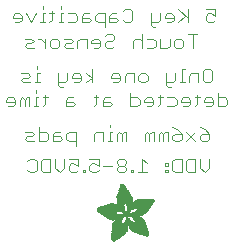
<source format=gbr>
G04 EAGLE Gerber RS-274X export*
G75*
%MOMM*%
%FSLAX34Y34*%
%LPD*%
%INSilkscreen Bottom*%
%IPPOS*%
%AMOC8*
5,1,8,0,0,1.08239X$1,22.5*%
G01*
%ADD10C,0.101600*%
%ADD11R,0.068600X0.007600*%
%ADD12R,0.114300X0.007600*%
%ADD13R,0.152400X0.007700*%
%ADD14R,0.182900X0.007600*%
%ADD15R,0.205700X0.007600*%
%ADD16R,0.228600X0.007600*%
%ADD17R,0.259100X0.007600*%
%ADD18R,0.274300X0.007700*%
%ADD19R,0.289500X0.007600*%
%ADD20R,0.304800X0.007600*%
%ADD21R,0.320100X0.007600*%
%ADD22R,0.342900X0.007600*%
%ADD23R,0.350500X0.007700*%
%ADD24R,0.365800X0.007600*%
%ADD25R,0.381000X0.007600*%
%ADD26R,0.388600X0.007600*%
%ADD27R,0.403800X0.007600*%
%ADD28R,0.419100X0.007700*%
%ADD29R,0.426700X0.007600*%
%ADD30R,0.441900X0.007600*%
%ADD31R,0.449600X0.007600*%
%ADD32R,0.464800X0.007600*%
%ADD33R,0.480000X0.007700*%
%ADD34R,0.487600X0.007600*%
%ADD35R,0.495300X0.007600*%
%ADD36R,0.510500X0.007600*%
%ADD37R,0.518100X0.007600*%
%ADD38R,0.525700X0.007700*%
%ADD39R,0.541000X0.007600*%
%ADD40R,0.548600X0.007600*%
%ADD41R,0.563800X0.007600*%
%ADD42R,0.571500X0.007600*%
%ADD43R,0.579100X0.007700*%
%ADD44R,0.594300X0.007600*%
%ADD45R,0.601900X0.007600*%
%ADD46R,0.609600X0.007600*%
%ADD47R,0.624800X0.007600*%
%ADD48R,0.632400X0.007700*%
%ADD49R,0.640000X0.007600*%
%ADD50R,0.655300X0.007600*%
%ADD51R,0.662900X0.007600*%
%ADD52R,0.678100X0.007600*%
%ADD53R,0.685800X0.007700*%
%ADD54R,0.693400X0.007600*%
%ADD55R,0.708600X0.007600*%
%ADD56R,0.716200X0.007600*%
%ADD57R,0.723900X0.007600*%
%ADD58R,0.739100X0.007700*%
%ADD59R,0.746700X0.007600*%
%ADD60R,0.754300X0.007600*%
%ADD61R,0.769600X0.007600*%
%ADD62R,0.777200X0.007600*%
%ADD63R,0.792400X0.007700*%
%ADD64R,0.800100X0.007600*%
%ADD65R,0.807700X0.007600*%
%ADD66R,0.822900X0.007600*%
%ADD67R,0.830500X0.007600*%
%ADD68R,0.838200X0.007700*%
%ADD69R,0.091500X0.007600*%
%ADD70R,0.853400X0.007600*%
%ADD71R,0.144700X0.007600*%
%ADD72R,0.861000X0.007600*%
%ADD73R,0.190500X0.007600*%
%ADD74R,0.876300X0.007600*%
%ADD75R,0.221000X0.007600*%
%ADD76R,0.883900X0.007600*%
%ADD77R,0.259000X0.007700*%
%ADD78R,0.891500X0.007700*%
%ADD79R,0.289600X0.007600*%
%ADD80R,0.906700X0.007600*%
%ADD81R,0.914400X0.007600*%
%ADD82R,0.350500X0.007600*%
%ADD83R,0.922000X0.007600*%
%ADD84R,0.937200X0.007600*%
%ADD85R,0.411400X0.007700*%
%ADD86R,0.944800X0.007700*%
%ADD87R,0.434300X0.007600*%
%ADD88R,0.952500X0.007600*%
%ADD89R,0.464900X0.007600*%
%ADD90R,0.967700X0.007600*%
%ADD91R,0.975300X0.007600*%
%ADD92R,0.518200X0.007600*%
%ADD93R,0.990600X0.007600*%
%ADD94R,0.548600X0.007700*%
%ADD95R,0.998200X0.007700*%
%ADD96R,1.005800X0.007600*%
%ADD97R,0.594400X0.007600*%
%ADD98R,1.021000X0.007600*%
%ADD99R,0.617200X0.007600*%
%ADD100R,1.028700X0.007600*%
%ADD101R,0.647700X0.007600*%
%ADD102R,1.036300X0.007600*%
%ADD103R,0.670500X0.007700*%
%ADD104R,1.051500X0.007700*%
%ADD105R,1.059100X0.007600*%
%ADD106R,0.716300X0.007600*%
%ADD107R,1.066800X0.007600*%
%ADD108R,0.739100X0.007600*%
%ADD109R,1.074400X0.007600*%
%ADD110R,0.762000X0.007600*%
%ADD111R,1.089600X0.007600*%
%ADD112R,0.784800X0.007700*%
%ADD113R,1.097200X0.007700*%
%ADD114R,1.104900X0.007600*%
%ADD115R,0.830600X0.007600*%
%ADD116R,1.112500X0.007600*%
%ADD117R,0.845800X0.007600*%
%ADD118R,1.120100X0.007600*%
%ADD119R,0.868700X0.007600*%
%ADD120R,1.127700X0.007600*%
%ADD121R,1.135300X0.007700*%
%ADD122R,1.143000X0.007600*%
%ADD123R,0.944900X0.007600*%
%ADD124R,1.150600X0.007600*%
%ADD125R,0.960100X0.007600*%
%ADD126R,1.158200X0.007600*%
%ADD127R,0.983000X0.007600*%
%ADD128R,1.165800X0.007600*%
%ADD129R,1.005900X0.007700*%
%ADD130R,1.173400X0.007700*%
%ADD131R,1.021100X0.007600*%
%ADD132R,1.181100X0.007600*%
%ADD133R,1.044000X0.007600*%
%ADD134R,1.188700X0.007600*%
%ADD135R,1.196300X0.007600*%
%ADD136R,1.082000X0.007600*%
%ADD137R,1.203900X0.007600*%
%ADD138R,1.104900X0.007700*%
%ADD139R,1.211500X0.007700*%
%ADD140R,1.211500X0.007600*%
%ADD141R,1.219200X0.007600*%
%ADD142R,1.226800X0.007600*%
%ADD143R,1.234400X0.007600*%
%ADD144R,1.188700X0.007700*%
%ADD145R,1.242000X0.007700*%
%ADD146R,1.242000X0.007600*%
%ADD147R,1.211600X0.007600*%
%ADD148R,1.249600X0.007600*%
%ADD149R,1.257300X0.007600*%
%ADD150R,1.264900X0.007600*%
%ADD151R,1.242100X0.007700*%
%ADD152R,1.264900X0.007700*%
%ADD153R,1.272500X0.007600*%
%ADD154R,1.265000X0.007600*%
%ADD155R,1.280100X0.007600*%
%ADD156R,1.272600X0.007600*%
%ADD157R,1.287700X0.007600*%
%ADD158R,1.287800X0.007600*%
%ADD159R,1.295400X0.007700*%
%ADD160R,1.303000X0.007600*%
%ADD161R,1.318200X0.007600*%
%ADD162R,1.310600X0.007600*%
%ADD163R,1.325900X0.007600*%
%ADD164R,1.341100X0.007700*%
%ADD165R,1.318200X0.007700*%
%ADD166R,1.341100X0.007600*%
%ADD167R,1.325800X0.007600*%
%ADD168R,1.348700X0.007600*%
%ADD169R,1.364000X0.007600*%
%ADD170R,1.333500X0.007600*%
%ADD171R,1.371600X0.007700*%
%ADD172R,1.379200X0.007600*%
%ADD173R,1.379300X0.007600*%
%ADD174R,1.386900X0.007600*%
%ADD175R,1.394500X0.007600*%
%ADD176R,1.356300X0.007600*%
%ADD177R,1.394400X0.007700*%
%ADD178R,1.356300X0.007700*%
%ADD179R,1.402000X0.007600*%
%ADD180R,1.409700X0.007600*%
%ADD181R,1.363900X0.007600*%
%ADD182R,1.417300X0.007600*%
%ADD183R,1.371600X0.007600*%
%ADD184R,1.424900X0.007700*%
%ADD185R,1.424900X0.007600*%
%ADD186R,1.432600X0.007600*%
%ADD187R,1.440200X0.007600*%
%ADD188R,1.386800X0.007600*%
%ADD189R,1.447800X0.007700*%
%ADD190R,1.386800X0.007700*%
%ADD191R,1.447800X0.007600*%
%ADD192R,1.455500X0.007600*%
%ADD193R,1.394400X0.007600*%
%ADD194R,1.463100X0.007600*%
%ADD195R,1.455400X0.007700*%
%ADD196R,1.463000X0.007600*%
%ADD197R,1.470600X0.007600*%
%ADD198R,1.470600X0.007700*%
%ADD199R,1.409700X0.007700*%
%ADD200R,1.470700X0.007600*%
%ADD201R,1.402100X0.007600*%
%ADD202R,1.478300X0.007600*%
%ADD203R,1.478300X0.007700*%
%ADD204R,1.402100X0.007700*%
%ADD205R,1.485900X0.007600*%
%ADD206R,1.485900X0.007700*%
%ADD207R,1.493500X0.007700*%
%ADD208R,1.493500X0.007600*%
%ADD209R,1.394500X0.007700*%
%ADD210R,1.493600X0.007700*%
%ADD211R,1.386900X0.007700*%
%ADD212R,1.379200X0.007700*%
%ADD213R,2.857500X0.007700*%
%ADD214R,2.857500X0.007600*%
%ADD215R,2.849900X0.007600*%
%ADD216R,2.842300X0.007600*%
%ADD217R,2.834700X0.007700*%
%ADD218R,2.827000X0.007600*%
%ADD219R,2.819400X0.007600*%
%ADD220R,2.811800X0.007600*%
%ADD221R,2.811800X0.007700*%
%ADD222R,2.804100X0.007600*%
%ADD223R,2.796500X0.007600*%
%ADD224R,1.966000X0.007600*%
%ADD225R,1.943100X0.007600*%
%ADD226R,0.754400X0.007600*%
%ADD227R,1.927900X0.007700*%
%ADD228R,0.746700X0.007700*%
%ADD229R,1.912600X0.007600*%
%ADD230R,0.731500X0.007600*%
%ADD231R,1.905000X0.007600*%
%ADD232R,1.882200X0.007600*%
%ADD233R,1.874600X0.007600*%
%ADD234R,1.866900X0.007700*%
%ADD235R,0.708700X0.007700*%
%ADD236R,1.851600X0.007600*%
%ADD237R,0.701100X0.007600*%
%ADD238R,1.844000X0.007600*%
%ADD239R,1.836400X0.007600*%
%ADD240R,1.821200X0.007600*%
%ADD241R,0.685800X0.007600*%
%ADD242R,1.813500X0.007700*%
%ADD243R,1.805900X0.007600*%
%ADD244R,0.678200X0.007600*%
%ADD245R,1.790700X0.007600*%
%ADD246R,0.670600X0.007600*%
%ADD247R,1.775500X0.007600*%
%ADD248R,1.767900X0.007700*%
%ADD249R,0.663000X0.007700*%
%ADD250R,1.760200X0.007600*%
%ADD251R,1.752600X0.007600*%
%ADD252R,0.937300X0.007600*%
%ADD253R,0.792500X0.007600*%
%ADD254R,0.899100X0.007600*%
%ADD255R,0.883900X0.007700*%
%ADD256R,0.716300X0.007700*%
%ADD257R,0.647700X0.007700*%
%ADD258R,0.640100X0.007600*%
%ADD259R,0.632500X0.007600*%
%ADD260R,0.655400X0.007600*%
%ADD261R,0.632400X0.007600*%
%ADD262R,0.845800X0.007700*%
%ADD263R,0.617200X0.007700*%
%ADD264R,0.624800X0.007700*%
%ADD265R,0.602000X0.007600*%
%ADD266R,0.838200X0.007600*%
%ADD267R,0.586700X0.007600*%
%ADD268R,0.548700X0.007600*%
%ADD269R,0.830500X0.007700*%
%ADD270R,0.541000X0.007700*%
%ADD271R,0.594300X0.007700*%
%ADD272R,0.525800X0.007600*%
%ADD273R,0.586800X0.007600*%
%ADD274R,0.815300X0.007600*%
%ADD275R,0.579200X0.007600*%
%ADD276R,0.815400X0.007600*%
%ADD277R,0.815400X0.007700*%
%ADD278R,0.571500X0.007700*%
%ADD279R,0.807800X0.007600*%
%ADD280R,0.563900X0.007600*%
%ADD281R,0.457200X0.007600*%
%ADD282R,0.442000X0.007600*%
%ADD283R,0.556300X0.007600*%
%ADD284R,0.807700X0.007700*%
%ADD285R,0.411500X0.007600*%
%ADD286R,0.533400X0.007600*%
%ADD287R,0.076200X0.007600*%
%ADD288R,0.403900X0.007600*%
%ADD289R,0.525700X0.007600*%
%ADD290R,0.388700X0.007600*%
%ADD291R,0.297200X0.007600*%
%ADD292R,0.373400X0.007700*%
%ADD293R,0.503000X0.007700*%
%ADD294R,0.426800X0.007700*%
%ADD295R,0.358100X0.007600*%
%ADD296R,0.502900X0.007600*%
%ADD297R,0.472400X0.007600*%
%ADD298R,0.487700X0.007600*%
%ADD299R,0.335300X0.007600*%
%ADD300R,0.792500X0.007700*%
%ADD301R,0.327600X0.007700*%
%ADD302R,0.472400X0.007700*%
%ADD303R,0.640000X0.007700*%
%ADD304R,0.784800X0.007600*%
%ADD305R,0.320000X0.007600*%
%ADD306R,0.792400X0.007600*%
%ADD307R,1.173400X0.007600*%
%ADD308R,1.196400X0.007600*%
%ADD309R,0.784900X0.007600*%
%ADD310R,0.784900X0.007700*%
%ADD311R,0.297200X0.007700*%
%ADD312R,1.249700X0.007600*%
%ADD313R,0.281900X0.007600*%
%ADD314R,1.295400X0.007600*%
%ADD315R,0.266700X0.007600*%
%ADD316R,0.777300X0.007700*%
%ADD317R,0.266700X0.007700*%
%ADD318R,1.333500X0.007700*%
%ADD319R,0.777300X0.007600*%
%ADD320R,1.348800X0.007600*%
%ADD321R,0.251500X0.007600*%
%ADD322R,0.243900X0.007700*%
%ADD323R,0.243900X0.007600*%
%ADD324R,1.440100X0.007600*%
%ADD325R,0.236200X0.007600*%
%ADD326R,0.762000X0.007700*%
%ADD327R,0.236200X0.007700*%
%ADD328R,1.508700X0.007700*%
%ADD329R,1.531600X0.007600*%
%ADD330R,1.546900X0.007600*%
%ADD331R,1.569700X0.007600*%
%ADD332R,1.585000X0.007600*%
%ADD333R,0.746800X0.007700*%
%ADD334R,1.607800X0.007700*%
%ADD335R,0.243800X0.007600*%
%ADD336R,1.630700X0.007600*%
%ADD337R,1.653500X0.007600*%
%ADD338R,0.739200X0.007600*%
%ADD339R,1.684000X0.007600*%
%ADD340R,2.019300X0.007600*%
%ADD341R,0.731500X0.007700*%
%ADD342R,2.026900X0.007700*%
%ADD343R,2.049800X0.007600*%
%ADD344R,2.057400X0.007600*%
%ADD345R,0.708700X0.007600*%
%ADD346R,2.072600X0.007600*%
%ADD347R,0.701000X0.007600*%
%ADD348R,2.095500X0.007600*%
%ADD349R,0.693500X0.007700*%
%ADD350R,2.110800X0.007700*%
%ADD351R,2.141200X0.007600*%
%ADD352R,0.060900X0.007600*%
%ADD353R,2.872700X0.007600*%
%ADD354R,3.124200X0.007600*%
%ADD355R,3.177600X0.007600*%
%ADD356R,3.215600X0.007700*%
%ADD357R,3.253700X0.007600*%
%ADD358R,3.284300X0.007600*%
%ADD359R,3.314700X0.007600*%
%ADD360R,3.352800X0.007600*%
%ADD361R,3.375600X0.007700*%
%ADD362R,3.406200X0.007600*%
%ADD363R,3.429000X0.007600*%
%ADD364R,3.451800X0.007600*%
%ADD365R,3.482400X0.007600*%
%ADD366R,1.828800X0.007700*%
%ADD367R,1.539300X0.007700*%
%ADD368R,1.767900X0.007600*%
%ADD369R,1.767800X0.007600*%
%ADD370R,1.760200X0.007700*%
%ADD371R,1.760300X0.007600*%
%ADD372R,1.775400X0.007700*%
%ADD373R,1.379300X0.007700*%
%ADD374R,1.783000X0.007600*%
%ADD375R,1.813500X0.007600*%
%ADD376R,1.821100X0.007700*%
%ADD377R,0.503000X0.007600*%
%ADD378R,1.135400X0.007600*%
%ADD379R,1.127700X0.007700*%
%ADD380R,0.487700X0.007700*%
%ADD381R,1.120200X0.007600*%
%ADD382R,1.097300X0.007600*%
%ADD383R,0.510600X0.007600*%
%ADD384R,1.074400X0.007700*%
%ADD385R,0.525800X0.007700*%
%ADD386R,1.440200X0.007700*%
%ADD387R,1.059200X0.007600*%
%ADD388R,1.051600X0.007600*%
%ADD389R,1.051500X0.007600*%
%ADD390R,1.043900X0.007700*%
%ADD391R,0.602000X0.007700*%
%ADD392R,1.524000X0.007600*%
%ADD393R,1.539300X0.007600*%
%ADD394R,1.592600X0.007600*%
%ADD395R,1.021100X0.007700*%
%ADD396R,1.615400X0.007700*%
%ADD397R,1.013400X0.007600*%
%ADD398R,1.653600X0.007600*%
%ADD399R,1.013500X0.007600*%
%ADD400R,1.699300X0.007600*%
%ADD401R,2.743200X0.007600*%
%ADD402R,1.005900X0.007600*%
%ADD403R,2.415500X0.007600*%
%ADD404R,1.005800X0.007700*%
%ADD405R,0.281900X0.007700*%
%ADD406R,2.408000X0.007700*%
%ADD407R,2.407900X0.007600*%
%ADD408R,0.998200X0.007600*%
%ADD409R,0.282000X0.007600*%
%ADD410R,0.998300X0.007600*%
%ADD411R,2.400300X0.007600*%
%ADD412R,0.289500X0.007700*%
%ADD413R,2.400300X0.007700*%
%ADD414R,0.297100X0.007600*%
%ADD415R,0.312400X0.007600*%
%ADD416R,2.392700X0.007600*%
%ADD417R,0.990600X0.007700*%
%ADD418R,0.327700X0.007700*%
%ADD419R,2.392700X0.007700*%
%ADD420R,2.385100X0.007600*%
%ADD421R,0.381000X0.007700*%
%ADD422R,2.377400X0.007700*%
%ADD423R,2.377400X0.007600*%
%ADD424R,2.369800X0.007600*%
%ADD425R,0.419100X0.007600*%
%ADD426R,2.362200X0.007600*%
%ADD427R,0.426800X0.007600*%
%ADD428R,1.036300X0.007700*%
%ADD429R,0.442000X0.007700*%
%ADD430R,2.354600X0.007700*%
%ADD431R,2.354600X0.007600*%
%ADD432R,0.480100X0.007600*%
%ADD433R,2.347000X0.007600*%
%ADD434R,1.074500X0.007600*%
%ADD435R,2.339400X0.007600*%
%ADD436R,1.082100X0.007700*%
%ADD437R,0.548700X0.007700*%
%ADD438R,2.331800X0.007700*%
%ADD439R,2.331800X0.007600*%
%ADD440R,0.624900X0.007600*%
%ADD441R,2.324100X0.007600*%
%ADD442R,1.859300X0.007600*%
%ADD443R,2.308800X0.007600*%
%ADD444R,2.301200X0.007700*%
%ADD445R,2.301200X0.007600*%
%ADD446R,2.293600X0.007600*%
%ADD447R,2.278400X0.007600*%
%ADD448R,1.889800X0.007600*%
%ADD449R,2.270700X0.007600*%
%ADD450R,1.897400X0.007700*%
%ADD451R,2.255500X0.007700*%
%ADD452R,1.897400X0.007600*%
%ADD453R,2.247900X0.007600*%
%ADD454R,2.232600X0.007600*%
%ADD455R,1.912700X0.007600*%
%ADD456R,2.209800X0.007600*%
%ADD457R,1.920300X0.007600*%
%ADD458R,2.186900X0.007600*%
%ADD459R,1.920300X0.007700*%
%ADD460R,2.171700X0.007700*%
%ADD461R,1.935500X0.007600*%
%ADD462R,2.148800X0.007600*%
%ADD463R,2.126000X0.007600*%
%ADD464R,1.950700X0.007600*%
%ADD465R,1.958400X0.007700*%
%ADD466R,2.042200X0.007700*%
%ADD467R,1.973600X0.007600*%
%ADD468R,1.996500X0.007600*%
%ADD469R,1.981200X0.007600*%
%ADD470R,1.988800X0.007600*%
%ADD471R,1.996400X0.007700*%
%ADD472R,1.996400X0.007600*%
%ADD473R,2.004100X0.007600*%
%ADD474R,1.874500X0.007600*%
%ADD475R,1.425000X0.007600*%
%ADD476R,2.026900X0.007600*%
%ADD477R,0.434400X0.007700*%
%ADD478R,1.364000X0.007700*%
%ADD479R,2.034500X0.007600*%
%ADD480R,0.434400X0.007600*%
%ADD481R,2.049700X0.007600*%
%ADD482R,2.065000X0.007700*%
%ADD483R,0.464800X0.007700*%
%ADD484R,1.196300X0.007700*%
%ADD485R,2.080300X0.007600*%
%ADD486R,1.158300X0.007600*%
%ADD487R,2.087900X0.007600*%
%ADD488R,0.472500X0.007600*%
%ADD489R,2.103100X0.007600*%
%ADD490R,2.118400X0.007600*%
%ADD491R,2.133600X0.007600*%
%ADD492R,2.148800X0.007700*%
%ADD493R,2.164000X0.007600*%
%ADD494R,2.171700X0.007600*%
%ADD495R,2.187000X0.007600*%
%ADD496R,0.556200X0.007600*%
%ADD497R,2.202200X0.007700*%
%ADD498R,0.556200X0.007700*%
%ADD499R,0.640100X0.007700*%
%ADD500R,0.579100X0.007600*%
%ADD501R,0.480000X0.007600*%
%ADD502R,1.752600X0.007700*%
%ADD503R,0.487600X0.007700*%
%ADD504R,0.594400X0.007700*%
%ADD505R,0.358100X0.007700*%
%ADD506R,0.099000X0.007600*%
%ADD507R,1.280200X0.007600*%
%ADD508R,1.745000X0.007600*%
%ADD509R,1.744900X0.007600*%
%ADD510R,1.737300X0.007700*%
%ADD511R,1.737400X0.007600*%
%ADD512R,1.729800X0.007600*%
%ADD513R,1.722200X0.007600*%
%ADD514R,1.722100X0.007600*%
%ADD515R,1.714500X0.007700*%
%ADD516R,1.356400X0.007700*%
%ADD517R,1.706900X0.007600*%
%ADD518R,1.356400X0.007600*%
%ADD519R,1.691700X0.007600*%
%ADD520R,1.668800X0.007700*%
%ADD521R,1.645900X0.007600*%
%ADD522R,1.623100X0.007600*%
%ADD523R,1.577400X0.007600*%
%ADD524R,1.554400X0.007600*%
%ADD525R,1.539200X0.007600*%
%ADD526R,1.524000X0.007700*%
%ADD527R,1.501100X0.007600*%
%ADD528R,1.455400X0.007600*%
%ADD529R,1.348800X0.007700*%
%ADD530R,1.318300X0.007600*%
%ADD531R,1.310600X0.007700*%
%ADD532R,1.287800X0.007700*%
%ADD533R,1.234500X0.007600*%
%ADD534R,1.226900X0.007600*%
%ADD535R,1.173500X0.007700*%
%ADD536R,1.173500X0.007600*%
%ADD537R,1.165900X0.007600*%
%ADD538R,1.143000X0.007700*%
%ADD539R,1.127800X0.007600*%
%ADD540R,1.097200X0.007600*%
%ADD541R,1.028700X0.007700*%
%ADD542R,0.982900X0.007600*%
%ADD543R,0.952500X0.007700*%
%ADD544R,0.929600X0.007600*%
%ADD545R,0.906800X0.007700*%
%ADD546R,0.906800X0.007600*%
%ADD547R,0.899200X0.007600*%
%ADD548R,0.884000X0.007600*%
%ADD549R,0.876300X0.007700*%
%ADD550R,0.830600X0.007700*%
%ADD551R,0.754400X0.007700*%
%ADD552R,0.746800X0.007600*%
%ADD553R,0.708600X0.007700*%
%ADD554R,0.678200X0.007700*%
%ADD555R,0.663000X0.007600*%
%ADD556R,0.632500X0.007700*%
%ADD557R,0.556300X0.007700*%
%ADD558R,0.518200X0.007700*%
%ADD559R,0.434300X0.007700*%
%ADD560R,0.396300X0.007700*%
%ADD561R,0.373300X0.007600*%
%ADD562R,0.365700X0.007600*%
%ADD563R,0.327700X0.007600*%
%ADD564R,0.304800X0.007700*%
%ADD565R,0.274300X0.007600*%
%ADD566R,0.243800X0.007700*%
%ADD567R,0.205800X0.007600*%
%ADD568R,0.152400X0.007600*%
%ADD569R,0.121900X0.007700*%


D10*
X80772Y38872D02*
X80772Y31076D01*
X76874Y27178D01*
X72976Y31076D01*
X72976Y38872D01*
X69078Y38872D02*
X69078Y27178D01*
X63231Y27178D01*
X61282Y29127D01*
X61282Y36923D01*
X63231Y38872D01*
X69078Y38872D01*
X57384Y38872D02*
X57384Y27178D01*
X51537Y27178D01*
X49588Y29127D01*
X49588Y36923D01*
X51537Y38872D01*
X57384Y38872D01*
X45690Y34974D02*
X43741Y34974D01*
X43741Y33025D01*
X45690Y33025D01*
X45690Y34974D01*
X45690Y29127D02*
X43741Y29127D01*
X43741Y27178D01*
X45690Y27178D01*
X45690Y29127D01*
X28149Y34974D02*
X24251Y38872D01*
X24251Y27178D01*
X28149Y27178D02*
X20353Y27178D01*
X16455Y27178D02*
X16455Y29127D01*
X14506Y29127D01*
X14506Y27178D01*
X16455Y27178D01*
X10608Y36923D02*
X8659Y38872D01*
X4761Y38872D01*
X2812Y36923D01*
X2812Y34974D01*
X4761Y33025D01*
X2812Y31076D01*
X2812Y29127D01*
X4761Y27178D01*
X8659Y27178D01*
X10608Y29127D01*
X10608Y31076D01*
X8659Y33025D01*
X10608Y34974D01*
X10608Y36923D01*
X8659Y33025D02*
X4761Y33025D01*
X-1086Y33025D02*
X-8882Y33025D01*
X-12780Y38872D02*
X-20576Y38872D01*
X-12780Y38872D02*
X-12780Y33025D01*
X-16678Y34974D01*
X-18627Y34974D01*
X-20576Y33025D01*
X-20576Y29127D01*
X-18627Y27178D01*
X-14729Y27178D01*
X-12780Y29127D01*
X-24474Y29127D02*
X-24474Y27178D01*
X-24474Y29127D02*
X-26423Y29127D01*
X-26423Y27178D01*
X-24474Y27178D01*
X-30321Y38872D02*
X-38117Y38872D01*
X-30321Y38872D02*
X-30321Y33025D01*
X-34219Y34974D01*
X-36168Y34974D01*
X-38117Y33025D01*
X-38117Y29127D01*
X-36168Y27178D01*
X-32270Y27178D01*
X-30321Y29127D01*
X-42015Y31076D02*
X-42015Y38872D01*
X-42015Y31076D02*
X-45913Y27178D01*
X-49811Y31076D01*
X-49811Y38872D01*
X-53709Y38872D02*
X-53709Y27178D01*
X-59556Y27178D01*
X-61505Y29127D01*
X-61505Y36923D01*
X-59556Y38872D01*
X-53709Y38872D01*
X-71250Y38872D02*
X-73199Y36923D01*
X-71250Y38872D02*
X-67352Y38872D01*
X-65403Y36923D01*
X-65403Y29127D01*
X-67352Y27178D01*
X-71250Y27178D01*
X-73199Y29127D01*
X66714Y132588D02*
X66714Y144282D01*
X70612Y144282D02*
X62816Y144282D01*
X56969Y132588D02*
X53071Y132588D01*
X51122Y134537D01*
X51122Y138435D01*
X53071Y140384D01*
X56969Y140384D01*
X58918Y138435D01*
X58918Y134537D01*
X56969Y132588D01*
X47224Y134537D02*
X47224Y140384D01*
X47224Y134537D02*
X45275Y132588D01*
X39428Y132588D01*
X39428Y140384D01*
X33581Y140384D02*
X27734Y140384D01*
X33581Y140384D02*
X35530Y138435D01*
X35530Y134537D01*
X33581Y132588D01*
X27734Y132588D01*
X23836Y132588D02*
X23836Y144282D01*
X21887Y140384D02*
X23836Y138435D01*
X21887Y140384D02*
X17989Y140384D01*
X16040Y138435D01*
X16040Y132588D01*
X-5399Y144282D02*
X-7348Y142333D01*
X-5399Y144282D02*
X-1501Y144282D01*
X448Y142333D01*
X448Y140384D01*
X-1501Y138435D01*
X-5399Y138435D01*
X-7348Y136486D01*
X-7348Y134537D01*
X-5399Y132588D01*
X-1501Y132588D01*
X448Y134537D01*
X-13195Y132588D02*
X-17093Y132588D01*
X-13195Y132588D02*
X-11246Y134537D01*
X-11246Y138435D01*
X-13195Y140384D01*
X-17093Y140384D01*
X-19042Y138435D01*
X-19042Y136486D01*
X-11246Y136486D01*
X-22940Y132588D02*
X-22940Y140384D01*
X-28787Y140384D01*
X-30736Y138435D01*
X-30736Y132588D01*
X-34634Y132588D02*
X-40481Y132588D01*
X-42430Y134537D01*
X-40481Y136486D01*
X-36583Y136486D01*
X-34634Y138435D01*
X-36583Y140384D01*
X-42430Y140384D01*
X-48277Y132588D02*
X-52175Y132588D01*
X-54124Y134537D01*
X-54124Y138435D01*
X-52175Y140384D01*
X-48277Y140384D01*
X-46328Y138435D01*
X-46328Y134537D01*
X-48277Y132588D01*
X-58022Y132588D02*
X-58022Y140384D01*
X-58022Y136486D02*
X-61920Y140384D01*
X-63869Y140384D01*
X-67767Y132588D02*
X-73614Y132588D01*
X-75563Y134537D01*
X-73614Y136486D01*
X-69716Y136486D01*
X-67767Y138435D01*
X-69716Y140384D01*
X-75563Y140384D01*
X78056Y165872D02*
X85852Y165872D01*
X85852Y160025D01*
X81954Y161974D01*
X80005Y161974D01*
X78056Y160025D01*
X78056Y156127D01*
X80005Y154178D01*
X83903Y154178D01*
X85852Y156127D01*
X62464Y154178D02*
X62464Y165872D01*
X62464Y158076D02*
X54668Y165872D01*
X60515Y160025D02*
X54668Y154178D01*
X48821Y154178D02*
X44923Y154178D01*
X48821Y154178D02*
X50770Y156127D01*
X50770Y160025D01*
X48821Y161974D01*
X44923Y161974D01*
X42974Y160025D01*
X42974Y158076D01*
X50770Y158076D01*
X39076Y156127D02*
X39076Y161974D01*
X39076Y156127D02*
X37127Y154178D01*
X31280Y154178D01*
X31280Y152229D02*
X31280Y161974D01*
X31280Y152229D02*
X33229Y150280D01*
X35178Y150280D01*
X9841Y165872D02*
X7892Y163923D01*
X9841Y165872D02*
X13739Y165872D01*
X15688Y163923D01*
X15688Y156127D01*
X13739Y154178D01*
X9841Y154178D01*
X7892Y156127D01*
X2045Y161974D02*
X-1853Y161974D01*
X-3802Y160025D01*
X-3802Y154178D01*
X2045Y154178D01*
X3994Y156127D01*
X2045Y158076D01*
X-3802Y158076D01*
X-7700Y161974D02*
X-7700Y150280D01*
X-7700Y161974D02*
X-13547Y161974D01*
X-15496Y160025D01*
X-15496Y156127D01*
X-13547Y154178D01*
X-7700Y154178D01*
X-21343Y161974D02*
X-25241Y161974D01*
X-27190Y160025D01*
X-27190Y154178D01*
X-21343Y154178D01*
X-19394Y156127D01*
X-21343Y158076D01*
X-27190Y158076D01*
X-33037Y161974D02*
X-38884Y161974D01*
X-33037Y161974D02*
X-31088Y160025D01*
X-31088Y156127D01*
X-33037Y154178D01*
X-38884Y154178D01*
X-42782Y161974D02*
X-44731Y161974D01*
X-44731Y154178D01*
X-42782Y154178D02*
X-46680Y154178D01*
X-44731Y165872D02*
X-44731Y167821D01*
X-52527Y163923D02*
X-52527Y156127D01*
X-54476Y154178D01*
X-54476Y161974D02*
X-50578Y161974D01*
X-58374Y161974D02*
X-60323Y161974D01*
X-60323Y154178D01*
X-58374Y154178D02*
X-62272Y154178D01*
X-60323Y165872D02*
X-60323Y167821D01*
X-66170Y161974D02*
X-70068Y154178D01*
X-73966Y161974D01*
X-79813Y154178D02*
X-83711Y154178D01*
X-79813Y154178D02*
X-77864Y156127D01*
X-77864Y160025D01*
X-79813Y161974D01*
X-83711Y161974D01*
X-85660Y160025D01*
X-85660Y158076D01*
X-77864Y158076D01*
X77465Y115072D02*
X81363Y115072D01*
X83312Y113123D01*
X83312Y105327D01*
X81363Y103378D01*
X77465Y103378D01*
X75516Y105327D01*
X75516Y113123D01*
X77465Y115072D01*
X71618Y111174D02*
X71618Y103378D01*
X71618Y111174D02*
X65771Y111174D01*
X63822Y109225D01*
X63822Y103378D01*
X59924Y115072D02*
X57975Y115072D01*
X57975Y103378D01*
X59924Y103378D02*
X56026Y103378D01*
X52128Y105327D02*
X52128Y111174D01*
X52128Y105327D02*
X50179Y103378D01*
X44332Y103378D01*
X44332Y101429D02*
X44332Y111174D01*
X44332Y101429D02*
X46281Y99480D01*
X48230Y99480D01*
X26791Y103378D02*
X22893Y103378D01*
X20944Y105327D01*
X20944Y109225D01*
X22893Y111174D01*
X26791Y111174D01*
X28740Y109225D01*
X28740Y105327D01*
X26791Y103378D01*
X17046Y103378D02*
X17046Y111174D01*
X11199Y111174D01*
X9250Y109225D01*
X9250Y103378D01*
X3403Y103378D02*
X-495Y103378D01*
X3403Y103378D02*
X5352Y105327D01*
X5352Y109225D01*
X3403Y111174D01*
X-495Y111174D01*
X-2444Y109225D01*
X-2444Y107276D01*
X5352Y107276D01*
X-18036Y103378D02*
X-18036Y115072D01*
X-18036Y107276D02*
X-23883Y103378D01*
X-18036Y107276D02*
X-23883Y111174D01*
X-29730Y103378D02*
X-33628Y103378D01*
X-29730Y103378D02*
X-27781Y105327D01*
X-27781Y109225D01*
X-29730Y111174D01*
X-33628Y111174D01*
X-35577Y109225D01*
X-35577Y107276D01*
X-27781Y107276D01*
X-39475Y105327D02*
X-39475Y111174D01*
X-39475Y105327D02*
X-41424Y103378D01*
X-47271Y103378D01*
X-47271Y101429D02*
X-47271Y111174D01*
X-47271Y101429D02*
X-45322Y99480D01*
X-43373Y99480D01*
X-62863Y111174D02*
X-64812Y111174D01*
X-64812Y103378D01*
X-62863Y103378D02*
X-66761Y103378D01*
X-64812Y115072D02*
X-64812Y117021D01*
X-70659Y103378D02*
X-76506Y103378D01*
X-78455Y105327D01*
X-76506Y107276D01*
X-72608Y107276D01*
X-70659Y109225D01*
X-72608Y111174D01*
X-78455Y111174D01*
X88216Y94752D02*
X88216Y83058D01*
X94063Y83058D01*
X96012Y85007D01*
X96012Y88905D01*
X94063Y90854D01*
X88216Y90854D01*
X82369Y83058D02*
X78471Y83058D01*
X82369Y83058D02*
X84318Y85007D01*
X84318Y88905D01*
X82369Y90854D01*
X78471Y90854D01*
X76522Y88905D01*
X76522Y86956D01*
X84318Y86956D01*
X70675Y85007D02*
X70675Y92803D01*
X70675Y85007D02*
X68726Y83058D01*
X68726Y90854D02*
X72624Y90854D01*
X62879Y83058D02*
X58981Y83058D01*
X62879Y83058D02*
X64828Y85007D01*
X64828Y88905D01*
X62879Y90854D01*
X58981Y90854D01*
X57032Y88905D01*
X57032Y86956D01*
X64828Y86956D01*
X51185Y90854D02*
X45338Y90854D01*
X51185Y90854D02*
X53134Y88905D01*
X53134Y85007D01*
X51185Y83058D01*
X45338Y83058D01*
X39491Y85007D02*
X39491Y92803D01*
X39491Y85007D02*
X37542Y83058D01*
X37542Y90854D02*
X41440Y90854D01*
X31695Y83058D02*
X27797Y83058D01*
X31695Y83058D02*
X33644Y85007D01*
X33644Y88905D01*
X31695Y90854D01*
X27797Y90854D01*
X25848Y88905D01*
X25848Y86956D01*
X33644Y86956D01*
X14154Y83058D02*
X14154Y94752D01*
X14154Y83058D02*
X20001Y83058D01*
X21950Y85007D01*
X21950Y88905D01*
X20001Y90854D01*
X14154Y90854D01*
X-3387Y90854D02*
X-7285Y90854D01*
X-9234Y88905D01*
X-9234Y83058D01*
X-3387Y83058D01*
X-1438Y85007D01*
X-3387Y86956D01*
X-9234Y86956D01*
X-15081Y85007D02*
X-15081Y92803D01*
X-15081Y85007D02*
X-17030Y83058D01*
X-17030Y90854D02*
X-13132Y90854D01*
X-34571Y90854D02*
X-38469Y90854D01*
X-40418Y88905D01*
X-40418Y83058D01*
X-34571Y83058D01*
X-32622Y85007D01*
X-34571Y86956D01*
X-40418Y86956D01*
X-57959Y85007D02*
X-57959Y92803D01*
X-57959Y85007D02*
X-59908Y83058D01*
X-59908Y90854D02*
X-56010Y90854D01*
X-63806Y90854D02*
X-65755Y90854D01*
X-65755Y83058D01*
X-63806Y83058D02*
X-67704Y83058D01*
X-65755Y94752D02*
X-65755Y96701D01*
X-71602Y90854D02*
X-71602Y83058D01*
X-71602Y90854D02*
X-73550Y90854D01*
X-75499Y88905D01*
X-75499Y83058D01*
X-75499Y88905D02*
X-77448Y90854D01*
X-79397Y88905D01*
X-79397Y83058D01*
X-85244Y83058D02*
X-89142Y83058D01*
X-85244Y83058D02*
X-83295Y85007D01*
X-83295Y88905D01*
X-85244Y90854D01*
X-89142Y90854D01*
X-91091Y88905D01*
X-91091Y86956D01*
X-83295Y86956D01*
X72976Y65542D02*
X76874Y63593D01*
X80772Y59695D01*
X80772Y55797D01*
X78823Y53848D01*
X74925Y53848D01*
X72976Y55797D01*
X72976Y57746D01*
X74925Y59695D01*
X80772Y59695D01*
X69078Y61644D02*
X61282Y53848D01*
X69078Y53848D02*
X61282Y61644D01*
X53486Y63593D02*
X49588Y65542D01*
X53486Y63593D02*
X57384Y59695D01*
X57384Y55797D01*
X55435Y53848D01*
X51537Y53848D01*
X49588Y55797D01*
X49588Y57746D01*
X51537Y59695D01*
X57384Y59695D01*
X45690Y61644D02*
X45690Y53848D01*
X45690Y61644D02*
X43741Y61644D01*
X41792Y59695D01*
X41792Y53848D01*
X41792Y59695D02*
X39843Y61644D01*
X37894Y59695D01*
X37894Y53848D01*
X33996Y53848D02*
X33996Y61644D01*
X32047Y61644D01*
X30098Y59695D01*
X30098Y53848D01*
X30098Y59695D02*
X28149Y61644D01*
X26200Y59695D01*
X26200Y53848D01*
X10608Y53848D02*
X10608Y61644D01*
X8659Y61644D01*
X6710Y59695D01*
X6710Y53848D01*
X6710Y59695D02*
X4761Y61644D01*
X2812Y59695D01*
X2812Y53848D01*
X-1086Y61644D02*
X-3035Y61644D01*
X-3035Y53848D01*
X-1086Y53848D02*
X-4984Y53848D01*
X-3035Y65542D02*
X-3035Y67491D01*
X-8882Y61644D02*
X-8882Y53848D01*
X-8882Y61644D02*
X-14729Y61644D01*
X-16678Y59695D01*
X-16678Y53848D01*
X-32270Y49950D02*
X-32270Y61644D01*
X-38117Y61644D01*
X-40066Y59695D01*
X-40066Y55797D01*
X-38117Y53848D01*
X-32270Y53848D01*
X-45913Y61644D02*
X-49811Y61644D01*
X-51760Y59695D01*
X-51760Y53848D01*
X-45913Y53848D01*
X-43964Y55797D01*
X-45913Y57746D01*
X-51760Y57746D01*
X-63454Y53848D02*
X-63454Y65542D01*
X-63454Y53848D02*
X-57607Y53848D01*
X-55658Y55797D01*
X-55658Y59695D01*
X-57607Y61644D01*
X-63454Y61644D01*
X-67352Y53848D02*
X-73199Y53848D01*
X-75148Y55797D01*
X-73199Y57746D01*
X-69301Y57746D01*
X-67352Y59695D01*
X-69301Y61644D01*
X-75148Y61644D01*
D11*
X152Y-31750D03*
D12*
X153Y-31674D03*
D13*
X190Y-31598D03*
D14*
X191Y-31521D03*
D15*
X153Y-31445D03*
D16*
X190Y-31369D03*
D17*
X191Y-31293D03*
D18*
X191Y-31217D03*
D19*
X191Y-31140D03*
D20*
X267Y-31064D03*
D21*
X267Y-30988D03*
D22*
X305Y-30912D03*
D23*
X343Y-30836D03*
D24*
X343Y-30759D03*
D25*
X419Y-30683D03*
D26*
X457Y-30607D03*
D27*
X457Y-30531D03*
D28*
X534Y-30455D03*
D29*
X572Y-30378D03*
D30*
X648Y-30302D03*
D31*
X686Y-30226D03*
D32*
X686Y-30150D03*
D33*
X762Y-30074D03*
D34*
X800Y-29997D03*
D35*
X839Y-29921D03*
D36*
X915Y-29845D03*
D37*
X953Y-29769D03*
D38*
X991Y-29693D03*
D39*
X1067Y-29616D03*
D40*
X1105Y-29540D03*
D41*
X1181Y-29464D03*
D42*
X1220Y-29388D03*
D43*
X1258Y-29312D03*
D44*
X1334Y-29235D03*
D45*
X1372Y-29159D03*
D46*
X1410Y-29083D03*
D47*
X1486Y-29007D03*
D48*
X1524Y-28931D03*
D49*
X1562Y-28854D03*
D50*
X1639Y-28778D03*
D51*
X1677Y-28702D03*
D52*
X1753Y-28626D03*
D53*
X1791Y-28550D03*
D54*
X1829Y-28473D03*
D55*
X1905Y-28397D03*
D56*
X1943Y-28321D03*
D57*
X1982Y-28245D03*
D58*
X2058Y-28169D03*
D59*
X2096Y-28092D03*
D60*
X2134Y-28016D03*
D61*
X2210Y-27940D03*
D62*
X2248Y-27864D03*
D63*
X2324Y-27788D03*
D64*
X2363Y-27711D03*
D65*
X2401Y-27635D03*
D66*
X2477Y-27559D03*
D67*
X2515Y-27483D03*
D68*
X2553Y-27407D03*
D69*
X28080Y-27330D03*
D70*
X2629Y-27330D03*
D71*
X28042Y-27254D03*
D72*
X2667Y-27254D03*
D73*
X27966Y-27178D03*
D74*
X2744Y-27178D03*
D75*
X27889Y-27102D03*
D76*
X2782Y-27102D03*
D77*
X27851Y-27026D03*
D78*
X2820Y-27026D03*
D79*
X27775Y-26949D03*
D80*
X2896Y-26949D03*
D21*
X27699Y-26873D03*
D81*
X2934Y-26873D03*
D82*
X27623Y-26797D03*
D83*
X2972Y-26797D03*
D25*
X27546Y-26721D03*
D84*
X3048Y-26721D03*
D85*
X27470Y-26645D03*
D86*
X3086Y-26645D03*
D87*
X27356Y-26568D03*
D88*
X3125Y-26568D03*
D89*
X27280Y-26492D03*
D90*
X3201Y-26492D03*
D35*
X27204Y-26416D03*
D91*
X3239Y-26416D03*
D92*
X27089Y-26340D03*
D93*
X3315Y-26340D03*
D94*
X27013Y-26264D03*
D95*
X3353Y-26264D03*
D42*
X26899Y-26187D03*
D96*
X3391Y-26187D03*
D97*
X26784Y-26111D03*
D98*
X3467Y-26111D03*
D99*
X26670Y-26035D03*
D100*
X3506Y-26035D03*
D101*
X26594Y-25959D03*
D102*
X3544Y-25959D03*
D103*
X26480Y-25883D03*
D104*
X3620Y-25883D03*
D54*
X26365Y-25806D03*
D105*
X3658Y-25806D03*
D106*
X26251Y-25730D03*
D107*
X3696Y-25730D03*
D108*
X26137Y-25654D03*
D109*
X3734Y-25654D03*
D110*
X26022Y-25578D03*
D111*
X3810Y-25578D03*
D112*
X25908Y-25502D03*
D113*
X3848Y-25502D03*
D65*
X25794Y-25425D03*
D114*
X3887Y-25425D03*
D115*
X25679Y-25349D03*
D116*
X3925Y-25349D03*
D117*
X25527Y-25273D03*
D118*
X3963Y-25273D03*
D119*
X25413Y-25197D03*
D120*
X4001Y-25197D03*
D78*
X25299Y-25121D03*
D121*
X4039Y-25121D03*
D83*
X25146Y-25044D03*
D122*
X4077Y-25044D03*
D123*
X25032Y-24968D03*
D124*
X4115Y-24968D03*
D125*
X24880Y-24892D03*
D126*
X4153Y-24892D03*
D127*
X24765Y-24816D03*
D128*
X4191Y-24816D03*
D129*
X24651Y-24740D03*
D130*
X4229Y-24740D03*
D131*
X24499Y-24663D03*
D132*
X4268Y-24663D03*
D133*
X24384Y-24587D03*
D134*
X4306Y-24587D03*
D107*
X24270Y-24511D03*
D135*
X4344Y-24511D03*
D136*
X24117Y-24435D03*
D137*
X4382Y-24435D03*
D138*
X24003Y-24359D03*
D139*
X4420Y-24359D03*
D118*
X23927Y-24282D03*
D140*
X4420Y-24282D03*
D122*
X23812Y-24206D03*
D141*
X4458Y-24206D03*
D124*
X23698Y-24130D03*
D142*
X4496Y-24130D03*
D128*
X23622Y-24054D03*
D143*
X4534Y-24054D03*
D144*
X23508Y-23978D03*
D145*
X4572Y-23978D03*
D135*
X23394Y-23901D03*
D146*
X4572Y-23901D03*
D147*
X23317Y-23825D03*
D148*
X4610Y-23825D03*
D142*
X23241Y-23749D03*
D149*
X4649Y-23749D03*
D142*
X23165Y-23673D03*
D150*
X4687Y-23673D03*
D151*
X23089Y-23597D03*
D152*
X4687Y-23597D03*
D149*
X23013Y-23520D03*
D153*
X4725Y-23520D03*
D154*
X22898Y-23444D03*
D155*
X4763Y-23444D03*
D156*
X22860Y-23368D03*
D157*
X4801Y-23368D03*
D158*
X22784Y-23292D03*
D157*
X4801Y-23292D03*
D159*
X22669Y-23216D03*
X4839Y-23216D03*
D160*
X22631Y-23139D03*
X4877Y-23139D03*
D161*
X22555Y-23063D03*
D160*
X4877Y-23063D03*
D161*
X22479Y-22987D03*
D162*
X4915Y-22987D03*
D163*
X22441Y-22911D03*
D162*
X4915Y-22911D03*
D164*
X22365Y-22835D03*
D165*
X4953Y-22835D03*
D166*
X22289Y-22758D03*
D167*
X4991Y-22758D03*
D168*
X22251Y-22682D03*
D167*
X4991Y-22682D03*
D169*
X22174Y-22606D03*
D170*
X5030Y-22606D03*
D169*
X22098Y-22530D03*
D170*
X5030Y-22530D03*
D171*
X22060Y-22454D03*
D164*
X5068Y-22454D03*
D172*
X22022Y-22377D03*
D166*
X5068Y-22377D03*
D173*
X21946Y-22301D03*
D168*
X5106Y-22301D03*
D174*
X21908Y-22225D03*
D168*
X5106Y-22225D03*
D175*
X21870Y-22149D03*
D176*
X5144Y-22149D03*
D177*
X21793Y-22073D03*
D178*
X5144Y-22073D03*
D179*
X21755Y-21996D03*
D176*
X5144Y-21996D03*
D180*
X21717Y-21920D03*
D181*
X5182Y-21920D03*
D180*
X21641Y-21844D03*
D181*
X5182Y-21844D03*
D182*
X21603Y-21768D03*
D183*
X5220Y-21768D03*
D184*
X21565Y-21692D03*
D171*
X5220Y-21692D03*
D185*
X21489Y-21615D03*
D183*
X5220Y-21615D03*
D186*
X21450Y-21539D03*
D172*
X5258Y-21539D03*
D187*
X21412Y-21463D03*
D172*
X5258Y-21463D03*
D187*
X21336Y-21387D03*
D188*
X5296Y-21387D03*
D189*
X21298Y-21311D03*
D190*
X5296Y-21311D03*
D191*
X21298Y-21234D03*
D188*
X5296Y-21234D03*
D191*
X21222Y-21158D03*
D188*
X5296Y-21158D03*
D192*
X21184Y-21082D03*
D193*
X5334Y-21082D03*
D194*
X21146Y-21006D03*
D193*
X5334Y-21006D03*
D195*
X21107Y-20930D03*
D177*
X5334Y-20930D03*
D196*
X21069Y-20853D03*
D179*
X5372Y-20853D03*
D197*
X21031Y-20777D03*
D179*
X5372Y-20777D03*
D196*
X20993Y-20701D03*
D179*
X5372Y-20701D03*
D197*
X20955Y-20625D03*
D179*
X5372Y-20625D03*
D198*
X20955Y-20549D03*
D199*
X5411Y-20549D03*
D200*
X20879Y-20472D03*
D201*
X5449Y-20472D03*
D202*
X20841Y-20396D03*
D201*
X5449Y-20396D03*
D202*
X20841Y-20320D03*
D201*
X5449Y-20320D03*
D202*
X20765Y-20244D03*
D201*
X5449Y-20244D03*
D203*
X20765Y-20168D03*
D204*
X5449Y-20168D03*
D205*
X20727Y-20091D03*
D180*
X5487Y-20091D03*
D202*
X20689Y-20015D03*
D180*
X5487Y-20015D03*
D205*
X20651Y-19939D03*
D180*
X5487Y-19939D03*
D205*
X20651Y-19863D03*
D180*
X5487Y-19863D03*
D206*
X20574Y-19787D03*
D199*
X5487Y-19787D03*
D205*
X20574Y-19710D03*
D180*
X5487Y-19710D03*
D205*
X20574Y-19634D03*
D180*
X5487Y-19634D03*
D205*
X20498Y-19558D03*
D201*
X5525Y-19558D03*
D205*
X20498Y-19482D03*
D201*
X5525Y-19482D03*
D207*
X20460Y-19406D03*
D204*
X5525Y-19406D03*
D205*
X20422Y-19329D03*
D201*
X5525Y-19329D03*
D205*
X20422Y-19253D03*
D201*
X5525Y-19253D03*
D208*
X20384Y-19177D03*
D201*
X5525Y-19177D03*
D205*
X20346Y-19101D03*
D201*
X5525Y-19101D03*
D206*
X20346Y-19025D03*
D209*
X5563Y-19025D03*
D208*
X20308Y-18948D03*
D175*
X5563Y-18948D03*
D205*
X20270Y-18872D03*
D175*
X5563Y-18872D03*
D205*
X20270Y-18796D03*
D175*
X5563Y-18796D03*
D205*
X20270Y-18720D03*
D175*
X5563Y-18720D03*
D210*
X20231Y-18644D03*
D211*
X5601Y-18644D03*
D205*
X20193Y-18567D03*
D174*
X5601Y-18567D03*
D205*
X20193Y-18491D03*
D174*
X5601Y-18491D03*
D208*
X20155Y-18415D03*
D174*
X5601Y-18415D03*
D205*
X20117Y-18339D03*
D172*
X5639Y-18339D03*
D206*
X20117Y-18263D03*
D212*
X5639Y-18263D03*
D208*
X20079Y-18186D03*
D172*
X5639Y-18186D03*
D205*
X20041Y-18110D03*
D172*
X5639Y-18110D03*
D205*
X20041Y-18034D03*
D183*
X5677Y-18034D03*
D205*
X20041Y-17958D03*
D183*
X5677Y-17958D03*
D213*
X13107Y-17882D03*
D214*
X13107Y-17805D03*
D215*
X13145Y-17729D03*
D216*
X13107Y-17653D03*
X13107Y-17577D03*
D217*
X13145Y-17501D03*
D218*
X13106Y-17424D03*
X13106Y-17348D03*
D219*
X13144Y-17272D03*
D220*
X13106Y-17196D03*
D221*
X13106Y-17120D03*
D222*
X13145Y-17043D03*
D223*
X13107Y-16967D03*
D224*
X17259Y-16891D03*
D61*
X3048Y-16891D03*
D225*
X17374Y-16815D03*
D226*
X2972Y-16815D03*
D227*
X17374Y-16739D03*
D228*
X2934Y-16739D03*
D229*
X17450Y-16662D03*
D230*
X2934Y-16662D03*
D231*
X17488Y-16586D03*
D230*
X2934Y-16586D03*
D232*
X17526Y-16510D03*
D106*
X2934Y-16510D03*
D233*
X17564Y-16434D03*
D106*
X2934Y-16434D03*
D234*
X17603Y-16358D03*
D235*
X2972Y-16358D03*
D236*
X17602Y-16281D03*
D237*
X2934Y-16281D03*
D238*
X17640Y-16205D03*
D54*
X2972Y-16205D03*
D239*
X17678Y-16129D03*
D54*
X2972Y-16129D03*
D240*
X17678Y-16053D03*
D241*
X3010Y-16053D03*
D242*
X17717Y-15977D03*
D53*
X3010Y-15977D03*
D243*
X17755Y-15900D03*
D244*
X3048Y-15900D03*
D245*
X17755Y-15824D03*
D244*
X3048Y-15824D03*
D245*
X17755Y-15748D03*
D246*
X3086Y-15748D03*
D247*
X17755Y-15672D03*
D246*
X3086Y-15672D03*
D248*
X17793Y-15596D03*
D249*
X3124Y-15596D03*
D250*
X17831Y-15519D03*
D50*
X3163Y-15519D03*
D251*
X17793Y-15443D03*
D50*
X3163Y-15443D03*
D252*
X21870Y-15367D03*
D253*
X13069Y-15367D03*
D101*
X3201Y-15367D03*
D254*
X21984Y-15291D03*
D108*
X12878Y-15291D03*
D101*
X3277Y-15291D03*
D255*
X22060Y-15215D03*
D256*
X12764Y-15215D03*
D257*
X3277Y-15215D03*
D119*
X22060Y-15138D03*
D54*
X12725Y-15138D03*
D258*
X3315Y-15138D03*
D119*
X22060Y-15062D03*
D246*
X12687Y-15062D03*
D259*
X3353Y-15062D03*
D70*
X22060Y-14986D03*
D260*
X12611Y-14986D03*
D47*
X3391Y-14986D03*
D70*
X22060Y-14910D03*
D261*
X12573Y-14910D03*
D47*
X3391Y-14910D03*
D262*
X22022Y-14834D03*
D263*
X12497Y-14834D03*
D264*
X3467Y-14834D03*
D117*
X22022Y-14757D03*
D265*
X12497Y-14757D03*
D99*
X3505Y-14757D03*
D266*
X21984Y-14681D03*
D267*
X12421Y-14681D03*
D46*
X3543Y-14681D03*
D266*
X21984Y-14605D03*
D42*
X12421Y-14605D03*
D265*
X3581Y-14605D03*
D67*
X21946Y-14529D03*
D268*
X12383Y-14529D03*
D45*
X3658Y-14529D03*
D269*
X21946Y-14453D03*
D270*
X12344Y-14453D03*
D271*
X3696Y-14453D03*
D66*
X21908Y-14376D03*
D272*
X12344Y-14376D03*
D267*
X3734Y-14376D03*
D66*
X21908Y-14300D03*
D92*
X12306Y-14300D03*
D273*
X3810Y-14300D03*
D274*
X21870Y-14224D03*
D35*
X12269Y-14224D03*
D275*
X3848Y-14224D03*
D276*
X21793Y-14148D03*
D34*
X12230Y-14148D03*
D42*
X3887Y-14148D03*
D277*
X21793Y-14072D03*
D33*
X12192Y-14072D03*
D278*
X3963Y-14072D03*
D279*
X21755Y-13995D03*
D32*
X12192Y-13995D03*
D280*
X4001Y-13995D03*
D276*
X21717Y-13919D03*
D281*
X12154Y-13919D03*
D280*
X4077Y-13919D03*
D65*
X21679Y-13843D03*
D282*
X12154Y-13843D03*
D283*
X4115Y-13843D03*
D64*
X21641Y-13767D03*
D87*
X12116Y-13767D03*
D39*
X4191Y-13767D03*
D284*
X21603Y-13691D03*
D28*
X12116Y-13691D03*
D270*
X4267Y-13691D03*
D64*
X21565Y-13614D03*
D285*
X12078Y-13614D03*
D286*
X4305Y-13614D03*
D287*
X-648Y-13614D03*
D64*
X21489Y-13538D03*
D288*
X12040Y-13538D03*
D289*
X4420Y-13538D03*
D75*
X-686Y-13538D03*
D64*
X21489Y-13462D03*
D290*
X12040Y-13462D03*
D37*
X4458Y-13462D03*
D291*
X-686Y-13462D03*
D64*
X21413Y-13386D03*
D25*
X12001Y-13386D03*
D92*
X4534Y-13386D03*
D24*
X-724Y-13386D03*
D63*
X21374Y-13310D03*
D292*
X11963Y-13310D03*
D293*
X4610Y-13310D03*
D294*
X-724Y-13310D03*
D253*
X21298Y-13233D03*
D295*
X11964Y-13233D03*
D296*
X4687Y-13233D03*
D297*
X-724Y-13233D03*
D64*
X21260Y-13157D03*
D295*
X11964Y-13157D03*
D298*
X4763Y-13157D03*
D92*
X-724Y-13157D03*
D253*
X21222Y-13081D03*
D82*
X11926Y-13081D03*
D298*
X4839Y-13081D03*
D41*
X-724Y-13081D03*
D253*
X21146Y-13005D03*
D299*
X11926Y-13005D03*
D297*
X4915Y-13005D03*
D265*
X-762Y-13005D03*
D300*
X21070Y-12929D03*
D301*
X11887Y-12929D03*
D302*
X4991Y-12929D03*
D303*
X-724Y-12929D03*
D304*
X21031Y-12852D03*
D305*
X11849Y-12852D03*
D281*
X5067Y-12852D03*
D241*
X-724Y-12852D03*
D306*
X20993Y-12776D03*
D305*
X11849Y-12776D03*
D307*
X1562Y-12776D03*
D253*
X20917Y-12700D03*
D20*
X11849Y-12700D03*
D308*
X1524Y-12700D03*
D309*
X20879Y-12624D03*
D291*
X11811Y-12624D03*
D147*
X1448Y-12624D03*
D310*
X20803Y-12548D03*
D311*
X11811Y-12548D03*
D151*
X1372Y-12548D03*
D309*
X20727Y-12471D03*
D79*
X11773Y-12471D03*
D312*
X1334Y-12471D03*
D304*
X20650Y-12395D03*
D313*
X11735Y-12395D03*
D153*
X1296Y-12395D03*
D304*
X20574Y-12319D03*
D313*
X11735Y-12319D03*
D314*
X1257Y-12319D03*
D62*
X20536Y-12243D03*
D315*
X11735Y-12243D03*
D162*
X1181Y-12243D03*
D316*
X20460Y-12167D03*
D317*
X11735Y-12167D03*
D318*
X1143Y-12167D03*
D319*
X20384Y-12090D03*
D17*
X11697Y-12090D03*
D320*
X1143Y-12090D03*
D62*
X20307Y-12014D03*
D17*
X11697Y-12014D03*
D183*
X1105Y-12014D03*
D62*
X20231Y-11938D03*
D321*
X11659Y-11938D03*
D174*
X1029Y-11938D03*
D62*
X20155Y-11862D03*
D321*
X11659Y-11862D03*
D201*
X1029Y-11862D03*
D316*
X20079Y-11786D03*
D322*
X11621Y-11786D03*
D184*
X991Y-11786D03*
D61*
X19964Y-11709D03*
D323*
X11621Y-11709D03*
D324*
X991Y-11709D03*
D61*
X19888Y-11633D03*
D325*
X11582Y-11633D03*
D192*
X991Y-11633D03*
D61*
X19812Y-11557D03*
D325*
X11582Y-11557D03*
D202*
X953Y-11557D03*
D61*
X19736Y-11481D03*
D16*
X11544Y-11481D03*
D208*
X953Y-11481D03*
D326*
X19621Y-11405D03*
D327*
X11506Y-11405D03*
D328*
X953Y-11405D03*
D110*
X19545Y-11328D03*
D325*
X11506Y-11328D03*
D329*
X914Y-11328D03*
D110*
X19393Y-11252D03*
D325*
X11506Y-11252D03*
D330*
X915Y-11252D03*
D110*
X19317Y-11176D03*
D16*
X11468Y-11176D03*
D331*
X877Y-11176D03*
D226*
X19202Y-11100D03*
D325*
X11430Y-11100D03*
D332*
X876Y-11100D03*
D333*
X19088Y-11024D03*
D327*
X11430Y-11024D03*
D334*
X914Y-11024D03*
D59*
X18936Y-10947D03*
D335*
X11392Y-10947D03*
D336*
X877Y-10947D03*
D59*
X18860Y-10871D03*
D321*
X11354Y-10871D03*
D337*
X915Y-10871D03*
D338*
X18669Y-10795D03*
D315*
X11278Y-10795D03*
D339*
X914Y-10795D03*
D230*
X18555Y-10719D03*
D340*
X2515Y-10719D03*
D341*
X18403Y-10643D03*
D342*
X2477Y-10643D03*
D57*
X18212Y-10566D03*
D343*
X2438Y-10566D03*
D106*
X18022Y-10490D03*
D344*
X2400Y-10490D03*
D345*
X17831Y-10414D03*
D346*
X2400Y-10414D03*
D347*
X17640Y-10338D03*
D348*
X2363Y-10338D03*
D349*
X17374Y-10262D03*
D350*
X2362Y-10262D03*
D54*
X17145Y-10185D03*
D351*
X2362Y-10185D03*
D352*
X21603Y-10109D03*
D353*
X5944Y-10109D03*
D354*
X7125Y-10033D03*
D355*
X7239Y-9957D03*
D356*
X7353Y-9881D03*
D357*
X7392Y-9804D03*
D358*
X7468Y-9728D03*
D359*
X7544Y-9652D03*
D360*
X7582Y-9576D03*
D361*
X7620Y-9500D03*
D362*
X7620Y-9423D03*
D363*
X7658Y-9347D03*
D364*
X7696Y-9271D03*
D365*
X7696Y-9195D03*
D366*
X16116Y-9119D03*
D367*
X-2096Y-9119D03*
D245*
X16460Y-9042D03*
D205*
X-2439Y-9042D03*
D368*
X16650Y-8966D03*
D196*
X-2705Y-8966D03*
D369*
X16802Y-8890D03*
D187*
X-2896Y-8890D03*
D368*
X16955Y-8814D03*
D185*
X-3125Y-8814D03*
D370*
X17069Y-8738D03*
D199*
X-3277Y-8738D03*
D250*
X17221Y-8661D03*
D193*
X-3429Y-8661D03*
D250*
X17297Y-8585D03*
D175*
X-3582Y-8585D03*
D371*
X17374Y-8509D03*
D188*
X-3696Y-8509D03*
D247*
X17450Y-8433D03*
D172*
X-3886Y-8433D03*
D372*
X17526Y-8357D03*
D373*
X-3963Y-8357D03*
D374*
X17564Y-8280D03*
D183*
X-4077Y-8280D03*
D245*
X17603Y-8204D03*
D183*
X-4229Y-8204D03*
D243*
X17679Y-8128D03*
D183*
X-4305Y-8128D03*
D375*
X17717Y-8052D03*
D169*
X-4420Y-8052D03*
D376*
X17755Y-7976D03*
D171*
X-4534Y-7976D03*
D141*
X20841Y-7899D03*
D289*
X11278Y-7899D03*
D183*
X-4610Y-7899D03*
D132*
X21108Y-7823D03*
D377*
X11087Y-7823D03*
D173*
X-4725Y-7823D03*
D126*
X21298Y-7747D03*
D298*
X11011Y-7747D03*
D172*
X-4801Y-7747D03*
D378*
X21488Y-7671D03*
D298*
X10935Y-7671D03*
D188*
X-4839Y-7671D03*
D379*
X21603Y-7595D03*
D380*
X10859Y-7595D03*
D177*
X-4953Y-7595D03*
D381*
X21793Y-7518D03*
D35*
X10821Y-7518D03*
D175*
X-5030Y-7518D03*
D116*
X21908Y-7442D03*
D35*
X10745Y-7442D03*
D180*
X-5106Y-7442D03*
D382*
X22060Y-7366D03*
D377*
X10706Y-7366D03*
D182*
X-5144Y-7366D03*
D136*
X22136Y-7290D03*
D383*
X10668Y-7290D03*
D185*
X-5182Y-7290D03*
D384*
X22250Y-7214D03*
D385*
X10592Y-7214D03*
D386*
X-5258Y-7214D03*
D107*
X22365Y-7137D03*
D286*
X10554Y-7137D03*
D191*
X-5296Y-7137D03*
D387*
X22479Y-7061D03*
D268*
X10478Y-7061D03*
D196*
X-5372Y-7061D03*
D388*
X22593Y-6985D03*
D280*
X10402Y-6985D03*
D200*
X-5411Y-6985D03*
D389*
X22670Y-6909D03*
D275*
X10325Y-6909D03*
D205*
X-5411Y-6909D03*
D390*
X22784Y-6833D03*
D391*
X10287Y-6833D03*
D328*
X-5449Y-6833D03*
D133*
X22860Y-6756D03*
D99*
X10211Y-6756D03*
D392*
X-5448Y-6756D03*
D102*
X22975Y-6680D03*
D101*
X10135Y-6680D03*
D393*
X-5449Y-6680D03*
D102*
X23051Y-6604D03*
D246*
X10020Y-6604D03*
D331*
X-5449Y-6604D03*
D131*
X23127Y-6528D03*
D347*
X9944Y-6528D03*
D394*
X-5410Y-6528D03*
D395*
X23203Y-6452D03*
D58*
X9830Y-6452D03*
D396*
X-5372Y-6452D03*
D397*
X23317Y-6375D03*
D62*
X9639Y-6375D03*
D398*
X-5334Y-6375D03*
D399*
X23394Y-6299D03*
D115*
X9449Y-6299D03*
D400*
X-5182Y-6299D03*
D399*
X23470Y-6223D03*
D401*
X-38Y-6223D03*
D402*
X23508Y-6147D03*
D79*
X12306Y-6147D03*
D403*
X-1753Y-6147D03*
D404*
X23584Y-6071D03*
D405*
X12421Y-6071D03*
D406*
X-1867Y-6071D03*
D96*
X23660Y-5994D03*
D313*
X12497Y-5994D03*
D407*
X-1944Y-5994D03*
D408*
X23698Y-5918D03*
D409*
X12573Y-5918D03*
D407*
X-2020Y-5918D03*
D408*
X23774Y-5842D03*
D79*
X12611Y-5842D03*
D407*
X-2096Y-5842D03*
D410*
X23851Y-5766D03*
D79*
X12687Y-5766D03*
D411*
X-2134Y-5766D03*
D95*
X23927Y-5690D03*
D412*
X12764Y-5690D03*
D413*
X-2210Y-5690D03*
D93*
X23965Y-5613D03*
D414*
X12802Y-5613D03*
D411*
X-2287Y-5613D03*
D93*
X24041Y-5537D03*
D20*
X12916Y-5537D03*
D411*
X-2287Y-5537D03*
D408*
X24079Y-5461D03*
D415*
X12954Y-5461D03*
D416*
X-2325Y-5461D03*
D408*
X24155Y-5385D03*
D305*
X12992Y-5385D03*
D416*
X-2401Y-5385D03*
D417*
X24193Y-5309D03*
D418*
X13107Y-5309D03*
D419*
X-2401Y-5309D03*
D410*
X24232Y-5232D03*
D299*
X13145Y-5232D03*
D420*
X-2439Y-5232D03*
D408*
X24308Y-5156D03*
D82*
X13221Y-5156D03*
D420*
X-2439Y-5156D03*
D96*
X24346Y-5080D03*
D295*
X13259Y-5080D03*
D420*
X-2515Y-5080D03*
D408*
X24384Y-5004D03*
D24*
X13373Y-5004D03*
D420*
X-2515Y-5004D03*
D404*
X24422Y-4928D03*
D421*
X13449Y-4928D03*
D422*
X-2553Y-4928D03*
D397*
X24460Y-4851D03*
D26*
X13487Y-4851D03*
D423*
X-2553Y-4851D03*
D397*
X24460Y-4775D03*
D288*
X13564Y-4775D03*
D424*
X-2591Y-4775D03*
D131*
X24499Y-4699D03*
D425*
X13640Y-4699D03*
D426*
X-2553Y-4699D03*
D100*
X24537Y-4623D03*
D427*
X13754Y-4623D03*
D426*
X-2553Y-4623D03*
D428*
X24575Y-4547D03*
D429*
X13830Y-4547D03*
D430*
X-2591Y-4547D03*
D102*
X24575Y-4470D03*
D89*
X13945Y-4470D03*
D431*
X-2591Y-4470D03*
D389*
X24575Y-4394D03*
D432*
X14021Y-4394D03*
D433*
X-2629Y-4394D03*
D105*
X24613Y-4318D03*
D377*
X14135Y-4318D03*
D433*
X-2629Y-4318D03*
D434*
X24613Y-4242D03*
D272*
X14249Y-4242D03*
D435*
X-2591Y-4242D03*
D436*
X24575Y-4166D03*
D437*
X14364Y-4166D03*
D438*
X-2629Y-4166D03*
D114*
X24537Y-4089D03*
D275*
X14516Y-4089D03*
D439*
X-2629Y-4089D03*
D122*
X24422Y-4013D03*
D440*
X14745Y-4013D03*
D441*
X-2591Y-4013D03*
D442*
X20917Y-3937D03*
D441*
X-2591Y-3937D03*
D442*
X20917Y-3861D03*
D443*
X-2591Y-3861D03*
D234*
X20955Y-3785D03*
D444*
X-2553Y-3785D03*
D233*
X20993Y-3708D03*
D445*
X-2553Y-3708D03*
D233*
X20993Y-3632D03*
D446*
X-2515Y-3632D03*
D232*
X21031Y-3556D03*
D447*
X-2515Y-3556D03*
D448*
X21069Y-3480D03*
D449*
X-2477Y-3480D03*
D450*
X21107Y-3404D03*
D451*
X-2401Y-3404D03*
D452*
X21107Y-3327D03*
D453*
X-2363Y-3327D03*
D231*
X21145Y-3251D03*
D454*
X-2286Y-3251D03*
D455*
X21184Y-3175D03*
D456*
X-2248Y-3175D03*
D457*
X21222Y-3099D03*
D458*
X-2134Y-3099D03*
D459*
X21222Y-3023D03*
D460*
X-2058Y-3023D03*
D461*
X21222Y-2946D03*
D462*
X-1943Y-2946D03*
D225*
X21260Y-2870D03*
D463*
X-1829Y-2870D03*
D464*
X21298Y-2794D03*
D348*
X-1677Y-2794D03*
D464*
X21298Y-2718D03*
D346*
X-1562Y-2718D03*
D465*
X21336Y-2642D03*
D466*
X-1486Y-2642D03*
D224*
X21374Y-2565D03*
D340*
X-1372Y-2565D03*
D467*
X21412Y-2489D03*
D468*
X-1258Y-2489D03*
D469*
X21374Y-2413D03*
D467*
X-1143Y-2413D03*
D470*
X21412Y-2337D03*
D464*
X-1029Y-2337D03*
D471*
X21450Y-2261D03*
D227*
X-915Y-2261D03*
D472*
X21450Y-2184D03*
D452*
X-762Y-2184D03*
D473*
X21489Y-2108D03*
D474*
X-648Y-2108D03*
D340*
X21489Y-2032D03*
D425*
X6630Y-2032D03*
D475*
X-2667Y-2032D03*
D476*
X21527Y-1956D03*
D29*
X6592Y-1956D03*
D193*
X-2591Y-1956D03*
D342*
X21527Y-1880D03*
D477*
X6553Y-1880D03*
D478*
X-2515Y-1880D03*
D479*
X21565Y-1803D03*
D480*
X6553Y-1803D03*
D170*
X-2439Y-1803D03*
D481*
X21565Y-1727D03*
D282*
X6515Y-1727D03*
D314*
X-2400Y-1727D03*
D344*
X21603Y-1651D03*
D31*
X6477Y-1651D03*
D149*
X-2287Y-1651D03*
D344*
X21603Y-1575D03*
D281*
X6439Y-1575D03*
D142*
X-2210Y-1575D03*
D482*
X21641Y-1499D03*
D483*
X6401Y-1499D03*
D484*
X-2134Y-1499D03*
D485*
X21641Y-1422D03*
D32*
X6401Y-1422D03*
D486*
X-2096Y-1422D03*
D487*
X21679Y-1346D03*
D488*
X6363Y-1346D03*
D120*
X-2020Y-1346D03*
D487*
X21679Y-1270D03*
D432*
X6325Y-1270D03*
D382*
X-1944Y-1270D03*
D489*
X21679Y-1194D03*
D298*
X6287Y-1194D03*
D387*
X-1905Y-1194D03*
D350*
X21717Y-1118D03*
D380*
X6287Y-1118D03*
D395*
X-1791Y-1118D03*
D490*
X21679Y-1041D03*
D35*
X6249Y-1041D03*
D127*
X-1753Y-1041D03*
D463*
X21717Y-965D03*
D36*
X6249Y-965D03*
D88*
X-1677Y-965D03*
D491*
X21755Y-889D03*
D92*
X6210Y-889D03*
D81*
X-1638Y-889D03*
D462*
X21755Y-813D03*
D92*
X6210Y-813D03*
D76*
X-1563Y-813D03*
D492*
X21755Y-737D03*
D385*
X6172Y-737D03*
D262*
X-1524Y-737D03*
D493*
X21755Y-660D03*
D286*
X6134Y-660D03*
D279*
X-1486Y-660D03*
D494*
X21794Y-584D03*
D286*
X6134Y-584D03*
D61*
X-1448Y-584D03*
D495*
X21793Y-508D03*
D40*
X6134Y-508D03*
D57*
X-1372Y-508D03*
D495*
X21793Y-432D03*
D496*
X6096Y-432D03*
D241*
X-1334Y-432D03*
D497*
X21793Y-356D03*
D498*
X6096Y-356D03*
D499*
X-1334Y-356D03*
D251*
X24117Y-279D03*
D31*
X13030Y-279D03*
D42*
X6096Y-279D03*
D45*
X-1296Y-279D03*
D251*
X24193Y-203D03*
D32*
X13030Y-203D03*
D42*
X6096Y-203D03*
D283*
X-1296Y-203D03*
D251*
X24193Y-127D03*
D297*
X12992Y-127D03*
D500*
X6058Y-127D03*
D35*
X-1296Y-127D03*
D251*
X24270Y-51D03*
D501*
X13030Y-51D03*
D273*
X6096Y-51D03*
D87*
X-1220Y-51D03*
D502*
X24346Y26D03*
D503*
X12992Y26D03*
D504*
X6058Y26D03*
D505*
X-1220Y26D03*
D251*
X24346Y102D03*
D35*
X12954Y102D03*
D265*
X6096Y102D03*
D17*
X-1182Y102D03*
D251*
X24422Y178D03*
D383*
X12954Y178D03*
D46*
X6058Y178D03*
D506*
X-1143Y178D03*
D251*
X24498Y254D03*
D92*
X12916Y254D03*
D99*
X6096Y254D03*
D250*
X24536Y330D03*
D272*
X12878Y330D03*
D261*
X6096Y330D03*
D502*
X24574Y407D03*
D270*
X12878Y407D03*
D303*
X6134Y407D03*
D251*
X24651Y483D03*
D283*
X12802Y483D03*
D260*
X6134Y483D03*
D250*
X24689Y559D03*
D507*
X9258Y559D03*
D250*
X24765Y635D03*
D507*
X9258Y635D03*
D251*
X24803Y711D03*
D158*
X9220Y711D03*
D502*
X24879Y788D03*
D159*
X9258Y788D03*
D250*
X24917Y864D03*
D160*
X9220Y864D03*
D251*
X24955Y940D03*
D160*
X9220Y940D03*
D251*
X25032Y1016D03*
D162*
X9258Y1016D03*
D251*
X25108Y1092D03*
D161*
X9220Y1092D03*
D502*
X25108Y1169D03*
D165*
X9220Y1169D03*
D251*
X25184Y1245D03*
D161*
X9220Y1245D03*
D251*
X25260Y1321D03*
D163*
X9259Y1321D03*
D508*
X25298Y1397D03*
D170*
X9221Y1397D03*
D509*
X25375Y1473D03*
D170*
X9221Y1473D03*
D510*
X25413Y1550D03*
D164*
X9259Y1550D03*
D511*
X25489Y1626D03*
D166*
X9259Y1626D03*
D512*
X25527Y1702D03*
D320*
X9220Y1702D03*
D513*
X25565Y1778D03*
D320*
X9220Y1778D03*
D514*
X25642Y1854D03*
D320*
X9220Y1854D03*
D515*
X25680Y1931D03*
D516*
X9258Y1931D03*
D517*
X25718Y2007D03*
D518*
X9258Y2007D03*
D519*
X25794Y2083D03*
D169*
X9220Y2083D03*
D339*
X25832Y2159D03*
D169*
X9220Y2159D03*
D339*
X25908Y2235D03*
D169*
X9220Y2235D03*
D520*
X25908Y2312D03*
D478*
X9220Y2312D03*
D398*
X25984Y2388D03*
D169*
X9220Y2388D03*
D521*
X26023Y2464D03*
D183*
X9258Y2464D03*
D336*
X26099Y2540D03*
D172*
X9220Y2540D03*
D522*
X26137Y2616D03*
D172*
X9220Y2616D03*
D334*
X26213Y2693D03*
D212*
X9220Y2693D03*
D332*
X26251Y2769D03*
D172*
X9220Y2769D03*
D523*
X26289Y2845D03*
D172*
X9220Y2845D03*
D524*
X26327Y2921D03*
D172*
X9220Y2921D03*
D525*
X26403Y2997D03*
D172*
X9220Y2997D03*
D526*
X26479Y3074D03*
D212*
X9220Y3074D03*
D527*
X26518Y3150D03*
D172*
X9220Y3150D03*
D200*
X26594Y3226D03*
D172*
X9220Y3226D03*
D528*
X26670Y3302D03*
D172*
X9220Y3302D03*
D475*
X26746Y3378D03*
D172*
X9220Y3378D03*
D209*
X26823Y3455D03*
D212*
X9220Y3455D03*
D183*
X26937Y3531D03*
D172*
X9220Y3531D03*
D166*
X27013Y3607D03*
D172*
X9220Y3607D03*
D314*
X27089Y3683D03*
D172*
X9220Y3683D03*
D149*
X27204Y3759D03*
D172*
X9220Y3759D03*
D139*
X27280Y3836D03*
D212*
X9220Y3836D03*
D124*
X27432Y3912D03*
D183*
X9182Y3912D03*
D109*
X27584Y3988D03*
D183*
X9182Y3988D03*
D265*
X29337Y4064D03*
D183*
X9182Y4064D03*
X9182Y4140D03*
D171*
X9182Y4217D03*
D183*
X9182Y4293D03*
X9182Y4369D03*
D169*
X9144Y4445D03*
X9144Y4521D03*
D478*
X9144Y4598D03*
D169*
X9144Y4674D03*
D518*
X9182Y4750D03*
D320*
X9144Y4826D03*
X9144Y4902D03*
D529*
X9144Y4979D03*
D320*
X9144Y5055D03*
D166*
X9106Y5131D03*
X9106Y5207D03*
X9106Y5283D03*
D318*
X9144Y5360D03*
D163*
X9106Y5436D03*
X9106Y5512D03*
X9106Y5588D03*
D530*
X9068Y5664D03*
D531*
X9106Y5741D03*
D162*
X9106Y5817D03*
D160*
X9068Y5893D03*
X9068Y5969D03*
X9068Y6045D03*
D532*
X9068Y6122D03*
D158*
X9068Y6198D03*
X9068Y6274D03*
D155*
X9030Y6350D03*
D153*
X9068Y6426D03*
D152*
X9030Y6503D03*
D150*
X9030Y6579D03*
X9030Y6655D03*
D312*
X9030Y6731D03*
X9030Y6807D03*
D151*
X8992Y6884D03*
D533*
X9030Y6960D03*
D534*
X8992Y7036D03*
X8992Y7112D03*
D140*
X8992Y7188D03*
D139*
X8992Y7265D03*
D137*
X8954Y7341D03*
D135*
X8992Y7417D03*
D134*
X8954Y7493D03*
X8954Y7569D03*
D535*
X8954Y7646D03*
D536*
X8954Y7722D03*
D537*
X8916Y7798D03*
X8916Y7874D03*
D124*
X8915Y7950D03*
D538*
X8877Y8027D03*
D122*
X8877Y8103D03*
D539*
X8877Y8179D03*
X8877Y8255D03*
D381*
X8839Y8331D03*
D138*
X8840Y8408D03*
D114*
X8840Y8484D03*
D540*
X8801Y8560D03*
D136*
X8801Y8636D03*
X8801Y8712D03*
D384*
X8763Y8789D03*
D387*
X8763Y8865D03*
D388*
X8725Y8941D03*
X8725Y9017D03*
D102*
X8725Y9093D03*
D541*
X8687Y9170D03*
D131*
X8649Y9246D03*
D399*
X8687Y9322D03*
D402*
X8649Y9398D03*
D410*
X8611Y9474D03*
D417*
X8649Y9551D03*
D542*
X8611Y9627D03*
D91*
X8573Y9703D03*
D125*
X8573Y9779D03*
X8573Y9855D03*
D543*
X8535Y9932D03*
D123*
X8497Y10008D03*
D252*
X8535Y10084D03*
D544*
X8496Y10160D03*
D83*
X8458Y10236D03*
D545*
X8458Y10313D03*
D546*
X8458Y10389D03*
D547*
X8420Y10465D03*
D548*
X8420Y10541D03*
X8420Y10617D03*
D549*
X8382Y10694D03*
D72*
X8382Y10770D03*
D70*
X8344Y10846D03*
X8344Y10922D03*
D266*
X8344Y10998D03*
D550*
X8306Y11075D03*
D115*
X8306Y11151D03*
D274*
X8306Y11227D03*
D65*
X8268Y11303D03*
D64*
X8230Y11379D03*
D300*
X8268Y11456D03*
D309*
X8230Y11532D03*
D319*
X8192Y11608D03*
D110*
X8191Y11684D03*
X8191Y11760D03*
D551*
X8153Y11837D03*
D552*
X8115Y11913D03*
D108*
X8154Y11989D03*
D230*
X8116Y12065D03*
D57*
X8078Y12141D03*
D553*
X8077Y12218D03*
D55*
X8077Y12294D03*
D347*
X8039Y12370D03*
D241*
X8039Y12446D03*
X8039Y12522D03*
D554*
X8001Y12599D03*
D555*
X8001Y12675D03*
D50*
X7963Y12751D03*
X7963Y12827D03*
D258*
X7963Y12903D03*
D556*
X7925Y12980D03*
D259*
X7925Y13056D03*
D99*
X7925Y13132D03*
D46*
X7887Y13208D03*
D45*
X7849Y13284D03*
D271*
X7887Y13361D03*
D267*
X7849Y13437D03*
D500*
X7811Y13513D03*
D42*
X7849Y13589D03*
D280*
X7811Y13665D03*
D557*
X7773Y13742D03*
D39*
X7772Y13818D03*
X7772Y13894D03*
D286*
X7734Y13970D03*
D272*
X7696Y14046D03*
D558*
X7734Y14123D03*
D383*
X7696Y14199D03*
D377*
X7658Y14275D03*
D34*
X7658Y14351D03*
X7658Y14427D03*
D33*
X7620Y14504D03*
D32*
X7620Y14580D03*
D281*
X7582Y14656D03*
X7582Y14732D03*
D282*
X7582Y14808D03*
D559*
X7544Y14885D03*
D87*
X7544Y14961D03*
D425*
X7544Y15037D03*
D285*
X7506Y15113D03*
D288*
X7468Y15189D03*
D560*
X7506Y15266D03*
D290*
X7468Y15342D03*
D25*
X7429Y15418D03*
D561*
X7468Y15494D03*
D562*
X7430Y15570D03*
D23*
X7430Y15647D03*
D22*
X7392Y15723D03*
X7392Y15799D03*
D563*
X7392Y15875D03*
D305*
X7353Y15951D03*
D564*
X7353Y16028D03*
D79*
X7353Y16104D03*
X7353Y16180D03*
D565*
X7354Y16256D03*
D17*
X7354Y16332D03*
D566*
X7353Y16409D03*
D16*
X7353Y16485D03*
D567*
X7315Y16561D03*
D14*
X7354Y16637D03*
D568*
X7353Y16713D03*
D569*
X7354Y16790D03*
D352*
X7430Y16866D03*
M02*

</source>
